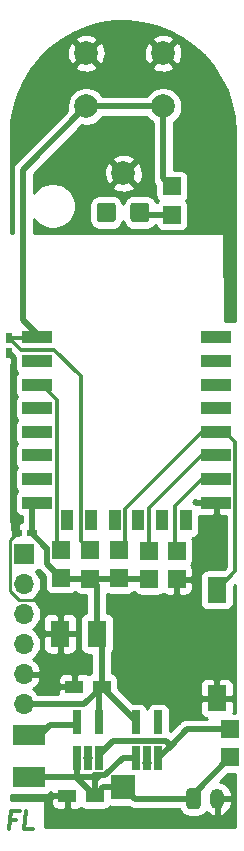
<source format=gbr>
G04 #@! TF.GenerationSoftware,KiCad,Pcbnew,(5.1.9)-1*
G04 #@! TF.CreationDate,2021-03-01T14:09:20+01:00*
G04 #@! TF.ProjectId,button,62757474-6f6e-42e6-9b69-6361645f7063,rev?*
G04 #@! TF.SameCoordinates,Original*
G04 #@! TF.FileFunction,Copper,L1,Top*
G04 #@! TF.FilePolarity,Positive*
%FSLAX46Y46*%
G04 Gerber Fmt 4.6, Leading zero omitted, Abs format (unit mm)*
G04 Created by KiCad (PCBNEW (5.1.9)-1) date 2021-03-01 14:09:20*
%MOMM*%
%LPD*%
G01*
G04 APERTURE LIST*
G04 #@! TA.AperFunction,NonConductor*
%ADD10C,0.300000*%
G04 #@! TD*
G04 #@! TA.AperFunction,SMDPad,CuDef*
%ADD11R,0.650000X2.000000*%
G04 #@! TD*
G04 #@! TA.AperFunction,SMDPad,CuDef*
%ADD12C,0.100000*%
G04 #@! TD*
G04 #@! TA.AperFunction,SMDPad,CuDef*
%ADD13R,1.650000X2.250000*%
G04 #@! TD*
G04 #@! TA.AperFunction,SMDPad,CuDef*
%ADD14R,2.794000X1.778000*%
G04 #@! TD*
G04 #@! TA.AperFunction,SMDPad,CuDef*
%ADD15R,1.500000X1.100000*%
G04 #@! TD*
G04 #@! TA.AperFunction,SMDPad,CuDef*
%ADD16R,1.500000X1.500000*%
G04 #@! TD*
G04 #@! TA.AperFunction,SMDPad,CuDef*
%ADD17R,0.620000X0.900000*%
G04 #@! TD*
G04 #@! TA.AperFunction,SMDPad,CuDef*
%ADD18R,2.500000X1.000000*%
G04 #@! TD*
G04 #@! TA.AperFunction,SMDPad,CuDef*
%ADD19R,1.000000X1.800000*%
G04 #@! TD*
G04 #@! TA.AperFunction,SMDPad,CuDef*
%ADD20R,0.900000X0.620000*%
G04 #@! TD*
G04 #@! TA.AperFunction,ComponentPad*
%ADD21O,1.200000X1.750000*%
G04 #@! TD*
G04 #@! TA.AperFunction,ComponentPad*
%ADD22O,1.700000X1.700000*%
G04 #@! TD*
G04 #@! TA.AperFunction,ComponentPad*
%ADD23R,1.700000X1.700000*%
G04 #@! TD*
G04 #@! TA.AperFunction,SMDPad,CuDef*
%ADD24R,1.600000X2.180000*%
G04 #@! TD*
G04 #@! TA.AperFunction,ComponentPad*
%ADD25C,2.000000*%
G04 #@! TD*
G04 #@! TA.AperFunction,ComponentPad*
%ADD26R,2.000000X2.000000*%
G04 #@! TD*
G04 #@! TA.AperFunction,ViaPad*
%ADD27C,0.800000*%
G04 #@! TD*
G04 #@! TA.AperFunction,ViaPad*
%ADD28C,0.500000*%
G04 #@! TD*
G04 #@! TA.AperFunction,Conductor*
%ADD29C,0.500000*%
G04 #@! TD*
G04 #@! TA.AperFunction,Conductor*
%ADD30C,0.250000*%
G04 #@! TD*
G04 #@! TA.AperFunction,Conductor*
%ADD31C,0.350000*%
G04 #@! TD*
G04 #@! TA.AperFunction,Conductor*
%ADD32C,0.254000*%
G04 #@! TD*
G04 #@! TA.AperFunction,Conductor*
%ADD33C,0.100000*%
G04 #@! TD*
G04 APERTURE END LIST*
D10*
X117909285Y-112262857D02*
X117409285Y-112262857D01*
X117311071Y-113048571D02*
X117498571Y-111548571D01*
X118212857Y-111548571D01*
X119311071Y-113048571D02*
X118596785Y-113048571D01*
X118784285Y-111548571D01*
D11*
G04 #@! TO.P,PS1,5*
G04 #@! TO.N,Net-(L1-Pad2)*
X123050000Y-104000000D03*
G04 #@! TO.P,PS1,4*
G04 #@! TO.N,/VCC*
X124950000Y-104000000D03*
G04 #@! TO.P,PS1,3*
G04 #@! TO.N,Net-(PS1-Pad3)*
X124950000Y-107050000D03*
G04 #@! TA.AperFunction,SMDPad,CuDef*
D12*
G04 #@! TO.P,PS1,2*
G04 #@! TO.N,/GND*
G36*
X124325000Y-108050000D02*
G01*
X123675000Y-108050000D01*
X123675000Y-106050000D01*
X124325000Y-106050000D01*
X124325000Y-108050000D01*
G37*
G04 #@! TD.AperFunction*
D11*
G04 #@! TO.P,PS1,1*
G04 #@! TO.N,Net-(BT1-Pad1)*
X123050000Y-107050000D03*
G04 #@! TD*
D13*
G04 #@! TO.P,C4,2*
G04 #@! TO.N,/GND*
X121640000Y-96520000D03*
G04 #@! TO.P,C4,1*
G04 #@! TO.N,/VCC*
X124740000Y-96520000D03*
G04 #@! TD*
D14*
G04 #@! TO.P,L1,1*
G04 #@! TO.N,Net-(BT1-Pad1)*
X118960000Y-108658000D03*
G04 #@! TO.P,L1,2*
G04 #@! TO.N,Net-(L1-Pad2)*
X118960000Y-105102000D03*
G04 #@! TD*
G04 #@! TO.P,D1,2*
G04 #@! TO.N,/VCC*
G04 #@! TA.AperFunction,SMDPad,CuDef*
G36*
G01*
X126335000Y-60275000D02*
X126335000Y-61425000D01*
G75*
G02*
X126085000Y-61675000I-250000J0D01*
G01*
X124985000Y-61675000D01*
G75*
G02*
X124735000Y-61425000I0J250000D01*
G01*
X124735000Y-60275000D01*
G75*
G02*
X124985000Y-60025000I250000J0D01*
G01*
X126085000Y-60025000D01*
G75*
G02*
X126335000Y-60275000I0J-250000D01*
G01*
G37*
G04 #@! TD.AperFunction*
G04 #@! TO.P,D1,1*
G04 #@! TO.N,Net-(D1-Pad1)*
G04 #@! TA.AperFunction,SMDPad,CuDef*
G36*
G01*
X129185000Y-60275000D02*
X129185000Y-61425000D01*
G75*
G02*
X128935000Y-61675000I-250000J0D01*
G01*
X127835000Y-61675000D01*
G75*
G02*
X127585000Y-61425000I0J250000D01*
G01*
X127585000Y-60275000D01*
G75*
G02*
X127835000Y-60025000I250000J0D01*
G01*
X128935000Y-60025000D01*
G75*
G02*
X129185000Y-60275000I0J-250000D01*
G01*
G37*
G04 #@! TD.AperFunction*
G04 #@! TD*
D11*
G04 #@! TO.P,U2,5*
G04 #@! TO.N,/VCC*
X128050000Y-104000000D03*
G04 #@! TO.P,U2,4*
G04 #@! TO.N,N/C*
X129950000Y-104000000D03*
G04 #@! TO.P,U2,3*
G04 #@! TO.N,Net-(PS1-Pad3)*
X129950000Y-107050000D03*
G04 #@! TA.AperFunction,SMDPad,CuDef*
D12*
G04 #@! TO.P,U2,2*
G04 #@! TO.N,/GND*
G36*
X129325000Y-108050000D02*
G01*
X128675000Y-108050000D01*
X128675000Y-106050000D01*
X129325000Y-106050000D01*
X129325000Y-108050000D01*
G37*
G04 #@! TD.AperFunction*
D11*
G04 #@! TO.P,U2,1*
G04 #@! TO.N,Net-(BT1-Pad1)*
X128050000Y-107050000D03*
G04 #@! TD*
D15*
G04 #@! TO.P,C3,2*
G04 #@! TO.N,/GND*
X122850000Y-101000000D03*
G04 #@! TO.P,C3,1*
G04 #@! TO.N,/VCC*
X125150000Y-101000000D03*
G04 #@! TD*
G04 #@! TO.P,C1,2*
G04 #@! TO.N,Net-(BT1-Pad1)*
X124550000Y-110250000D03*
G04 #@! TO.P,C1,1*
G04 #@! TO.N,/GND*
X122250000Y-110250000D03*
G04 #@! TD*
D16*
G04 #@! TO.P,R3,2*
G04 #@! TO.N,/RST*
X124180000Y-89450000D03*
G04 #@! TO.P,R3,1*
G04 #@! TO.N,/VCC*
X124180000Y-91850000D03*
G04 #@! TD*
G04 #@! TO.P,R1,2*
G04 #@! TO.N,/EN*
X121730000Y-89390000D03*
G04 #@! TO.P,R1,1*
G04 #@! TO.N,/VCC*
X121730000Y-91790000D03*
G04 #@! TD*
G04 #@! TO.P,R7,2*
G04 #@! TO.N,Net-(PS1-Pad3)*
X135990000Y-104590000D03*
G04 #@! TO.P,R7,1*
G04 #@! TO.N,Net-(BT1-Pad1)*
X135990000Y-106990000D03*
G04 #@! TD*
G04 #@! TO.P,R6,2*
G04 #@! TO.N,/RST*
X131090000Y-58650000D03*
G04 #@! TO.P,R6,1*
G04 #@! TO.N,Net-(D1-Pad1)*
X131090000Y-61050000D03*
G04 #@! TD*
G04 #@! TO.P,R5,2*
G04 #@! TO.N,/GPIO15*
X131500000Y-89500000D03*
G04 #@! TO.P,R5,1*
G04 #@! TO.N,/GND*
X131500000Y-91900000D03*
G04 #@! TD*
G04 #@! TO.P,R4,2*
G04 #@! TO.N,/GPIO0*
X126650000Y-89425000D03*
G04 #@! TO.P,R4,1*
G04 #@! TO.N,/VCC*
X126650000Y-91825000D03*
G04 #@! TD*
G04 #@! TO.P,R2,2*
G04 #@! TO.N,/GPIO2*
X129200000Y-89500000D03*
G04 #@! TO.P,R2,1*
G04 #@! TO.N,/VCC*
X129200000Y-91900000D03*
G04 #@! TD*
D17*
G04 #@! TO.P,C2,2*
G04 #@! TO.N,/RST*
X117348000Y-71486000D03*
G04 #@! TO.P,C2,1*
G04 #@! TO.N,/GND*
X117348000Y-72786000D03*
G04 #@! TD*
D18*
G04 #@! TO.P,X1,22*
G04 #@! TO.N,/TX*
X134854000Y-71430000D03*
G04 #@! TO.P,X1,21*
G04 #@! TO.N,/RX*
X134854000Y-73430000D03*
G04 #@! TO.P,X1,20*
G04 #@! TO.N,N/C*
X134854000Y-75430000D03*
G04 #@! TO.P,X1,19*
X134854000Y-77430000D03*
G04 #@! TO.P,X1,18*
G04 #@! TO.N,/GPIO0*
X134854000Y-79430000D03*
G04 #@! TO.P,X1,17*
G04 #@! TO.N,/GPIO2*
X134854000Y-81430000D03*
G04 #@! TO.P,X1,16*
G04 #@! TO.N,/GPIO15*
X134854000Y-83430000D03*
G04 #@! TO.P,X1,15*
G04 #@! TO.N,/GND*
X134854000Y-85430000D03*
D19*
G04 #@! TO.P,X1,14*
G04 #@! TO.N,N/C*
X132254000Y-86930000D03*
G04 #@! TO.P,X1,13*
X130254000Y-86930000D03*
G04 #@! TO.P,X1,12*
X128254000Y-86930000D03*
G04 #@! TO.P,X1,11*
X126254000Y-86930000D03*
G04 #@! TO.P,X1,10*
X124254000Y-86930000D03*
G04 #@! TO.P,X1,9*
X122254000Y-86930000D03*
D18*
G04 #@! TO.P,X1,8*
G04 #@! TO.N,/VCC*
X119654000Y-85430000D03*
G04 #@! TO.P,X1,7*
G04 #@! TO.N,N/C*
X119654000Y-83430000D03*
G04 #@! TO.P,X1,6*
X119654000Y-81430000D03*
G04 #@! TO.P,X1,5*
X119654000Y-79430000D03*
G04 #@! TO.P,X1,4*
X119654000Y-77430000D03*
G04 #@! TO.P,X1,3*
G04 #@! TO.N,/EN*
X119654000Y-75430000D03*
G04 #@! TO.P,X1,2*
G04 #@! TO.N,N/C*
X119654000Y-73430000D03*
G04 #@! TO.P,X1,1*
G04 #@! TO.N,/RST*
X119654000Y-71430000D03*
G04 #@! TD*
D20*
G04 #@! TO.P,C5,2*
G04 #@! TO.N,/GND*
X117975000Y-88025000D03*
G04 #@! TO.P,C5,1*
G04 #@! TO.N,/VCC*
X119275000Y-88025000D03*
G04 #@! TD*
D21*
G04 #@! TO.P,BT2,2*
G04 #@! TO.N,/GND*
X134930000Y-110490000D03*
G04 #@! TO.P,BT2,1*
G04 #@! TO.N,Net-(BT1-Pad1)*
G04 #@! TA.AperFunction,ComponentPad*
G36*
G01*
X132330000Y-111115001D02*
X132330000Y-109864999D01*
G75*
G02*
X132579999Y-109615000I249999J0D01*
G01*
X133280001Y-109615000D01*
G75*
G02*
X133530000Y-109864999I0J-249999D01*
G01*
X133530000Y-111115001D01*
G75*
G02*
X133280001Y-111365000I-249999J0D01*
G01*
X132579999Y-111365000D01*
G75*
G02*
X132330000Y-111115001I0J249999D01*
G01*
G37*
G04 #@! TD.AperFunction*
G04 #@! TD*
D22*
G04 #@! TO.P,J1,6*
G04 #@! TO.N,/VCC*
X118560000Y-102470000D03*
G04 #@! TO.P,J1,5*
G04 #@! TO.N,/GND*
X118560000Y-99930000D03*
G04 #@! TO.P,J1,4*
G04 #@! TO.N,/RX*
X118560000Y-97390000D03*
G04 #@! TO.P,J1,3*
G04 #@! TO.N,/TX*
X118560000Y-94850000D03*
G04 #@! TO.P,J1,2*
G04 #@! TO.N,/RST*
X118560000Y-92310000D03*
D23*
G04 #@! TO.P,J1,1*
G04 #@! TO.N,N/C*
X118560000Y-89770000D03*
G04 #@! TD*
D24*
G04 #@! TO.P,SW2,1*
G04 #@! TO.N,/GPIO0*
X134890000Y-92800000D03*
G04 #@! TO.P,SW2,2*
G04 #@! TO.N,/GND*
X134890000Y-101980000D03*
G04 #@! TD*
D25*
G04 #@! TO.P,SW1,1*
G04 #@! TO.N,/RST*
X123850000Y-51880000D03*
G04 #@! TO.P,SW1,2*
G04 #@! TO.N,/GND*
X123850000Y-47380000D03*
G04 #@! TO.P,SW1,1*
G04 #@! TO.N,/RST*
X130350000Y-51880000D03*
G04 #@! TO.P,SW1,2*
G04 #@! TO.N,/GND*
X130350000Y-47380000D03*
G04 #@! TD*
D26*
G04 #@! TO.P,BT1,1*
G04 #@! TO.N,Net-(BT1-Pad1)*
X127000000Y-109530000D03*
D25*
G04 #@! TO.P,BT1,2*
G04 #@! TO.N,/GND*
X127000000Y-57540000D03*
G04 #@! TD*
D27*
G04 #@! TO.N,/VCC*
X119654000Y-85430000D03*
X125550000Y-61075000D03*
G04 #@! TO.N,/GND*
X121750000Y-97100000D03*
X121700000Y-96025000D03*
D28*
X117400000Y-72725000D03*
D27*
X131500000Y-91875000D03*
X134800000Y-85425000D03*
X135000000Y-102000000D03*
X123000000Y-101000000D03*
X129000000Y-107500000D03*
X124000000Y-107000000D03*
D28*
X118000000Y-88000000D03*
D27*
G04 #@! TO.N,/RST*
X119654000Y-71430000D03*
G04 #@! TO.N,/RX*
X134750000Y-73375000D03*
G04 #@! TO.N,/TX*
X134775000Y-71375000D03*
G04 #@! TD*
D29*
G04 #@! TO.N,/VCC*
X128050000Y-103900000D02*
X125150000Y-101000000D01*
X128050000Y-104000000D02*
X128050000Y-103900000D01*
X124950000Y-101200000D02*
X125150000Y-101000000D01*
X124950000Y-104250000D02*
X124950000Y-101200000D01*
X123680000Y-102470000D02*
X125150000Y-101000000D01*
X118560000Y-102470000D02*
X123680000Y-102470000D01*
X125150000Y-96930000D02*
X124740000Y-96520000D01*
X125150000Y-101000000D02*
X125150000Y-96930000D01*
X124740000Y-92410000D02*
X124180000Y-91850000D01*
X124740000Y-96520000D02*
X124740000Y-92410000D01*
X121790000Y-91850000D02*
X121730000Y-91790000D01*
X124180000Y-91850000D02*
X121790000Y-91850000D01*
X120529999Y-90589999D02*
X120529999Y-89229997D01*
X121730000Y-91790000D02*
X120529999Y-90589999D01*
X129150000Y-91850000D02*
X129200000Y-91900000D01*
X124180000Y-91850000D02*
X129150000Y-91850000D01*
X119654000Y-85430000D02*
X119654000Y-85430000D01*
X120479997Y-89229997D02*
X119275000Y-88025000D01*
X119275000Y-85809000D02*
X119654000Y-85430000D01*
X119275000Y-88025000D02*
X119275000Y-85809000D01*
D30*
G04 #@! TO.N,/GND*
X117384999Y-88615001D02*
X117384999Y-92884999D01*
X117975000Y-88025000D02*
X117384999Y-88615001D01*
X121750000Y-95255000D02*
X121750000Y-97100000D01*
X120169999Y-93674999D02*
X121750000Y-95255000D01*
X118174999Y-93674999D02*
X120169999Y-93674999D01*
X117384999Y-92884999D02*
X118174999Y-93674999D01*
D29*
X117750001Y-73188001D02*
X117348000Y-72786000D01*
X117750001Y-87750001D02*
X117750001Y-73188001D01*
X118000000Y-88000000D02*
X117750001Y-87750001D01*
D31*
G04 #@! TO.N,/RST*
X123378999Y-74729997D02*
X121149002Y-72500000D01*
X123378999Y-88648999D02*
X123378999Y-74729997D01*
X124180000Y-89450000D02*
X123378999Y-88648999D01*
X118362000Y-72500000D02*
X117348000Y-71486000D01*
X121149002Y-72500000D02*
X118362000Y-72500000D01*
X119598000Y-71486000D02*
X119654000Y-71430000D01*
X117348000Y-71486000D02*
X119598000Y-71486000D01*
D29*
X119654000Y-71430000D02*
X119654000Y-71154000D01*
X119654000Y-71154000D02*
X118500000Y-70000000D01*
X118500000Y-57230000D02*
X123850000Y-51880000D01*
X118500000Y-70000000D02*
X118500000Y-57230000D01*
X123850000Y-51880000D02*
X130350000Y-51880000D01*
X130350000Y-57910000D02*
X131090000Y-58650000D01*
X130350000Y-51880000D02*
X130350000Y-57910000D01*
D31*
X119654000Y-71430000D02*
X119654000Y-71430000D01*
G04 #@! TO.N,/EN*
X120079002Y-75430000D02*
X119654000Y-75430000D01*
X121378999Y-76729997D02*
X120079002Y-75430000D01*
X121378999Y-89038999D02*
X121378999Y-76729997D01*
X121730000Y-89390000D02*
X121378999Y-89038999D01*
G04 #@! TO.N,/GPIO2*
X133678998Y-81430000D02*
X134854000Y-81430000D01*
X129200000Y-85908998D02*
X133678998Y-81430000D01*
X129200000Y-89500000D02*
X129200000Y-85908998D01*
G04 #@! TO.N,/GPIO0*
X133678998Y-79430000D02*
X134854000Y-79430000D01*
X127129001Y-85979997D02*
X133678998Y-79430000D01*
X127129001Y-88945999D02*
X127129001Y-85979997D01*
X126650000Y-89425000D02*
X127129001Y-88945999D01*
X134854000Y-79430000D02*
X135605000Y-79430000D01*
X136479001Y-91210999D02*
X134890000Y-92800000D01*
X136479001Y-80304001D02*
X136479001Y-91210999D01*
X135605000Y-79430000D02*
X136479001Y-80304001D01*
D29*
G04 #@! TO.N,Net-(BT1-Pad1)*
X127960000Y-110490000D02*
X127000000Y-109530000D01*
X132930000Y-110490000D02*
X127960000Y-110490000D01*
X125270000Y-109530000D02*
X124550000Y-110250000D01*
X127000000Y-109530000D02*
X125270000Y-109530000D01*
X124550000Y-110250000D02*
X124550000Y-108950000D01*
X124550000Y-108950000D02*
X125000000Y-108500000D01*
X132930000Y-110050000D02*
X135990000Y-106990000D01*
X132930000Y-110490000D02*
X132930000Y-110050000D01*
X125000000Y-108500000D02*
X124500000Y-108500000D01*
X118960000Y-108658000D02*
X123233000Y-108658000D01*
X123233000Y-108658000D02*
X124342000Y-108658000D01*
X123050000Y-108750000D02*
X123050000Y-107050000D01*
X124550000Y-110250000D02*
X123050000Y-108750000D01*
X128050000Y-107050000D02*
X126925000Y-107050000D01*
X125475000Y-108500000D02*
X125000000Y-108500000D01*
X126925000Y-107050000D02*
X125475000Y-108500000D01*
G04 #@! TO.N,Net-(L1-Pad2)*
X118960000Y-105102000D02*
X119898000Y-105102000D01*
X120750000Y-104250000D02*
X123050000Y-104250000D01*
X119898000Y-105102000D02*
X120750000Y-104250000D01*
D31*
G04 #@! TO.N,/GPIO15*
X131378999Y-85729999D02*
X133678998Y-83430000D01*
X133678998Y-83430000D02*
X134854000Y-83430000D01*
X131378999Y-89378999D02*
X131378999Y-85729999D01*
X131500000Y-89500000D02*
X131378999Y-89378999D01*
D29*
G04 #@! TO.N,Net-(D1-Pad1)*
X128585000Y-61050000D02*
X128385000Y-60850000D01*
X131090000Y-61050000D02*
X128585000Y-61050000D01*
G04 #@! TO.N,Net-(PS1-Pad3)*
X135990000Y-104590000D02*
X132410000Y-104590000D01*
X126100001Y-105599999D02*
X124950000Y-106750000D01*
X130599999Y-105599999D02*
X126100001Y-105599999D01*
X131000000Y-106000000D02*
X130599999Y-105599999D01*
X132410000Y-104590000D02*
X131000000Y-106000000D01*
X131000000Y-106000000D02*
X129950000Y-107050000D01*
G04 #@! TD*
D32*
G04 #@! TO.N,/GND*
X136461901Y-112852600D02*
X120395000Y-112852600D01*
X120395000Y-110800000D01*
X120861928Y-110800000D01*
X120874188Y-110924482D01*
X120910498Y-111044180D01*
X120969463Y-111154494D01*
X121048815Y-111251185D01*
X121145506Y-111330537D01*
X121255820Y-111389502D01*
X121375518Y-111425812D01*
X121500000Y-111438072D01*
X121964250Y-111435000D01*
X122123000Y-111276250D01*
X122123000Y-110377000D01*
X121023750Y-110377000D01*
X120865000Y-110535750D01*
X120861928Y-110800000D01*
X120395000Y-110800000D01*
X120395000Y-110580000D01*
X117461747Y-110580000D01*
X117461726Y-110175098D01*
X117563000Y-110185072D01*
X120357000Y-110185072D01*
X120481482Y-110172812D01*
X120601180Y-110136502D01*
X120711494Y-110077537D01*
X120808185Y-109998185D01*
X120864595Y-109929448D01*
X120865000Y-109964250D01*
X121023750Y-110123000D01*
X122123000Y-110123000D01*
X122123000Y-110103000D01*
X122377000Y-110103000D01*
X122377000Y-110123000D01*
X122397000Y-110123000D01*
X122397000Y-110377000D01*
X122377000Y-110377000D01*
X122377000Y-111276250D01*
X122535750Y-111435000D01*
X123000000Y-111438072D01*
X123124482Y-111425812D01*
X123244180Y-111389502D01*
X123354494Y-111330537D01*
X123400000Y-111293191D01*
X123445506Y-111330537D01*
X123555820Y-111389502D01*
X123675518Y-111425812D01*
X123800000Y-111438072D01*
X125300000Y-111438072D01*
X125424482Y-111425812D01*
X125544180Y-111389502D01*
X125654494Y-111330537D01*
X125751185Y-111251185D01*
X125830537Y-111154494D01*
X125836207Y-111143887D01*
X125875518Y-111155812D01*
X126000000Y-111168072D01*
X127391200Y-111168072D01*
X127465941Y-111229411D01*
X127619687Y-111311589D01*
X127786510Y-111362195D01*
X127916523Y-111375000D01*
X127916533Y-111375000D01*
X127959999Y-111379281D01*
X128003466Y-111375000D01*
X131735306Y-111375000D01*
X131759528Y-111454851D01*
X131841595Y-111608387D01*
X131952038Y-111742962D01*
X132086613Y-111853405D01*
X132240149Y-111935472D01*
X132406745Y-111986008D01*
X132579999Y-112003072D01*
X133280001Y-112003072D01*
X133453255Y-111986008D01*
X133619851Y-111935472D01*
X133773387Y-111853405D01*
X133907962Y-111742962D01*
X134018405Y-111608387D01*
X134020967Y-111603594D01*
X134146526Y-111728078D01*
X134349467Y-111862421D01*
X134574718Y-111954591D01*
X134612391Y-111958462D01*
X134803000Y-111833731D01*
X134803000Y-110617000D01*
X135057000Y-110617000D01*
X135057000Y-111833731D01*
X135247609Y-111958462D01*
X135285282Y-111954591D01*
X135510533Y-111862421D01*
X135713474Y-111728078D01*
X135886307Y-111556725D01*
X136022390Y-111354946D01*
X136116493Y-111130496D01*
X136165000Y-110892000D01*
X136165000Y-110617000D01*
X135057000Y-110617000D01*
X134803000Y-110617000D01*
X134783000Y-110617000D01*
X134783000Y-110363000D01*
X134803000Y-110363000D01*
X134803000Y-110343000D01*
X135057000Y-110343000D01*
X135057000Y-110363000D01*
X136165000Y-110363000D01*
X136165000Y-110088000D01*
X136116493Y-109849504D01*
X136022390Y-109625054D01*
X135886307Y-109423275D01*
X135713474Y-109251922D01*
X135510533Y-109117579D01*
X135285282Y-109025409D01*
X135247609Y-109021538D01*
X135138910Y-109092669D01*
X135853507Y-108378072D01*
X136461901Y-108378072D01*
X136461901Y-112852600D01*
G04 #@! TA.AperFunction,Conductor*
D33*
G36*
X136461901Y-112852600D02*
G01*
X120395000Y-112852600D01*
X120395000Y-110800000D01*
X120861928Y-110800000D01*
X120874188Y-110924482D01*
X120910498Y-111044180D01*
X120969463Y-111154494D01*
X121048815Y-111251185D01*
X121145506Y-111330537D01*
X121255820Y-111389502D01*
X121375518Y-111425812D01*
X121500000Y-111438072D01*
X121964250Y-111435000D01*
X122123000Y-111276250D01*
X122123000Y-110377000D01*
X121023750Y-110377000D01*
X120865000Y-110535750D01*
X120861928Y-110800000D01*
X120395000Y-110800000D01*
X120395000Y-110580000D01*
X117461747Y-110580000D01*
X117461726Y-110175098D01*
X117563000Y-110185072D01*
X120357000Y-110185072D01*
X120481482Y-110172812D01*
X120601180Y-110136502D01*
X120711494Y-110077537D01*
X120808185Y-109998185D01*
X120864595Y-109929448D01*
X120865000Y-109964250D01*
X121023750Y-110123000D01*
X122123000Y-110123000D01*
X122123000Y-110103000D01*
X122377000Y-110103000D01*
X122377000Y-110123000D01*
X122397000Y-110123000D01*
X122397000Y-110377000D01*
X122377000Y-110377000D01*
X122377000Y-111276250D01*
X122535750Y-111435000D01*
X123000000Y-111438072D01*
X123124482Y-111425812D01*
X123244180Y-111389502D01*
X123354494Y-111330537D01*
X123400000Y-111293191D01*
X123445506Y-111330537D01*
X123555820Y-111389502D01*
X123675518Y-111425812D01*
X123800000Y-111438072D01*
X125300000Y-111438072D01*
X125424482Y-111425812D01*
X125544180Y-111389502D01*
X125654494Y-111330537D01*
X125751185Y-111251185D01*
X125830537Y-111154494D01*
X125836207Y-111143887D01*
X125875518Y-111155812D01*
X126000000Y-111168072D01*
X127391200Y-111168072D01*
X127465941Y-111229411D01*
X127619687Y-111311589D01*
X127786510Y-111362195D01*
X127916523Y-111375000D01*
X127916533Y-111375000D01*
X127959999Y-111379281D01*
X128003466Y-111375000D01*
X131735306Y-111375000D01*
X131759528Y-111454851D01*
X131841595Y-111608387D01*
X131952038Y-111742962D01*
X132086613Y-111853405D01*
X132240149Y-111935472D01*
X132406745Y-111986008D01*
X132579999Y-112003072D01*
X133280001Y-112003072D01*
X133453255Y-111986008D01*
X133619851Y-111935472D01*
X133773387Y-111853405D01*
X133907962Y-111742962D01*
X134018405Y-111608387D01*
X134020967Y-111603594D01*
X134146526Y-111728078D01*
X134349467Y-111862421D01*
X134574718Y-111954591D01*
X134612391Y-111958462D01*
X134803000Y-111833731D01*
X134803000Y-110617000D01*
X135057000Y-110617000D01*
X135057000Y-111833731D01*
X135247609Y-111958462D01*
X135285282Y-111954591D01*
X135510533Y-111862421D01*
X135713474Y-111728078D01*
X135886307Y-111556725D01*
X136022390Y-111354946D01*
X136116493Y-111130496D01*
X136165000Y-110892000D01*
X136165000Y-110617000D01*
X135057000Y-110617000D01*
X134803000Y-110617000D01*
X134783000Y-110617000D01*
X134783000Y-110363000D01*
X134803000Y-110363000D01*
X134803000Y-110343000D01*
X135057000Y-110343000D01*
X135057000Y-110363000D01*
X136165000Y-110363000D01*
X136165000Y-110088000D01*
X136116493Y-109849504D01*
X136022390Y-109625054D01*
X135886307Y-109423275D01*
X135713474Y-109251922D01*
X135510533Y-109117579D01*
X135285282Y-109025409D01*
X135247609Y-109021538D01*
X135138910Y-109092669D01*
X135853507Y-108378072D01*
X136461901Y-108378072D01*
X136461901Y-112852600D01*
G37*
G04 #@! TD.AperFunction*
D32*
X133127750Y-85303000D02*
X134727000Y-85303000D01*
X134727000Y-85283000D01*
X134981000Y-85283000D01*
X134981000Y-85303000D01*
X135001000Y-85303000D01*
X135001000Y-85557000D01*
X134981000Y-85557000D01*
X134981000Y-86406250D01*
X135139750Y-86565000D01*
X135669002Y-86566686D01*
X135669002Y-90875485D01*
X135472559Y-91071928D01*
X134090000Y-91071928D01*
X133965518Y-91084188D01*
X133845820Y-91120498D01*
X133735506Y-91179463D01*
X133638815Y-91258815D01*
X133559463Y-91355506D01*
X133500498Y-91465820D01*
X133464188Y-91585518D01*
X133451928Y-91710000D01*
X133451928Y-93890000D01*
X133464188Y-94014482D01*
X133500498Y-94134180D01*
X133559463Y-94244494D01*
X133638815Y-94341185D01*
X133735506Y-94420537D01*
X133845820Y-94479502D01*
X133965518Y-94515812D01*
X134090000Y-94528072D01*
X135690000Y-94528072D01*
X135814482Y-94515812D01*
X135934180Y-94479502D01*
X136044494Y-94420537D01*
X136141185Y-94341185D01*
X136220537Y-94244494D01*
X136279502Y-94134180D01*
X136315812Y-94014482D01*
X136328072Y-93890000D01*
X136328072Y-92507441D01*
X136461901Y-92373612D01*
X136461901Y-103201928D01*
X136313553Y-103201928D01*
X136315812Y-103194482D01*
X136328072Y-103070000D01*
X136325000Y-102265750D01*
X136166250Y-102107000D01*
X135017000Y-102107000D01*
X135017000Y-102127000D01*
X134763000Y-102127000D01*
X134763000Y-102107000D01*
X133613750Y-102107000D01*
X133455000Y-102265750D01*
X133451928Y-103070000D01*
X133464188Y-103194482D01*
X133500498Y-103314180D01*
X133559463Y-103424494D01*
X133638815Y-103521185D01*
X133735506Y-103600537D01*
X133845820Y-103659502D01*
X133965518Y-103695812D01*
X134058808Y-103705000D01*
X132453465Y-103705000D01*
X132409999Y-103700719D01*
X132366533Y-103705000D01*
X132366523Y-103705000D01*
X132236510Y-103717805D01*
X132069687Y-103768411D01*
X131915941Y-103850589D01*
X131908709Y-103856524D01*
X131814953Y-103933468D01*
X131814951Y-103933470D01*
X131781183Y-103961183D01*
X131753470Y-103994951D01*
X130959667Y-104788755D01*
X130940312Y-104778410D01*
X130913072Y-104770147D01*
X130913072Y-103000000D01*
X130900812Y-102875518D01*
X130864502Y-102755820D01*
X130805537Y-102645506D01*
X130726185Y-102548815D01*
X130629494Y-102469463D01*
X130519180Y-102410498D01*
X130399482Y-102374188D01*
X130275000Y-102361928D01*
X129625000Y-102361928D01*
X129500518Y-102374188D01*
X129380820Y-102410498D01*
X129270506Y-102469463D01*
X129173815Y-102548815D01*
X129094463Y-102645506D01*
X129035498Y-102755820D01*
X129000000Y-102872841D01*
X128964502Y-102755820D01*
X128905537Y-102645506D01*
X128826185Y-102548815D01*
X128729494Y-102469463D01*
X128619180Y-102410498D01*
X128499482Y-102374188D01*
X128375000Y-102361928D01*
X127763507Y-102361928D01*
X126538072Y-101136494D01*
X126538072Y-100890000D01*
X133451928Y-100890000D01*
X133455000Y-101694250D01*
X133613750Y-101853000D01*
X134763000Y-101853000D01*
X134763000Y-100413750D01*
X135017000Y-100413750D01*
X135017000Y-101853000D01*
X136166250Y-101853000D01*
X136325000Y-101694250D01*
X136328072Y-100890000D01*
X136315812Y-100765518D01*
X136279502Y-100645820D01*
X136220537Y-100535506D01*
X136141185Y-100438815D01*
X136044494Y-100359463D01*
X135934180Y-100300498D01*
X135814482Y-100264188D01*
X135690000Y-100251928D01*
X135175750Y-100255000D01*
X135017000Y-100413750D01*
X134763000Y-100413750D01*
X134604250Y-100255000D01*
X134090000Y-100251928D01*
X133965518Y-100264188D01*
X133845820Y-100300498D01*
X133735506Y-100359463D01*
X133638815Y-100438815D01*
X133559463Y-100535506D01*
X133500498Y-100645820D01*
X133464188Y-100765518D01*
X133451928Y-100890000D01*
X126538072Y-100890000D01*
X126538072Y-100450000D01*
X126525812Y-100325518D01*
X126489502Y-100205820D01*
X126430537Y-100095506D01*
X126351185Y-99998815D01*
X126254494Y-99919463D01*
X126144180Y-99860498D01*
X126035000Y-99827379D01*
X126035000Y-98073259D01*
X126095537Y-97999494D01*
X126154502Y-97889180D01*
X126190812Y-97769482D01*
X126203072Y-97645000D01*
X126203072Y-95395000D01*
X126190812Y-95270518D01*
X126154502Y-95150820D01*
X126095537Y-95040506D01*
X126016185Y-94943815D01*
X125919494Y-94864463D01*
X125809180Y-94805498D01*
X125689482Y-94769188D01*
X125625000Y-94762837D01*
X125625000Y-93148028D01*
X125655820Y-93164502D01*
X125775518Y-93200812D01*
X125900000Y-93213072D01*
X127400000Y-93213072D01*
X127524482Y-93200812D01*
X127644180Y-93164502D01*
X127754494Y-93105537D01*
X127851185Y-93026185D01*
X127899554Y-92967247D01*
X127919463Y-93004494D01*
X127998815Y-93101185D01*
X128095506Y-93180537D01*
X128205820Y-93239502D01*
X128325518Y-93275812D01*
X128450000Y-93288072D01*
X129950000Y-93288072D01*
X130074482Y-93275812D01*
X130194180Y-93239502D01*
X130304494Y-93180537D01*
X130350000Y-93143191D01*
X130395506Y-93180537D01*
X130505820Y-93239502D01*
X130625518Y-93275812D01*
X130750000Y-93288072D01*
X131214250Y-93285000D01*
X131373000Y-93126250D01*
X131373000Y-92027000D01*
X131627000Y-92027000D01*
X131627000Y-93126250D01*
X131785750Y-93285000D01*
X132250000Y-93288072D01*
X132374482Y-93275812D01*
X132494180Y-93239502D01*
X132604494Y-93180537D01*
X132701185Y-93101185D01*
X132780537Y-93004494D01*
X132839502Y-92894180D01*
X132875812Y-92774482D01*
X132888072Y-92650000D01*
X132885000Y-92185750D01*
X132726250Y-92027000D01*
X131627000Y-92027000D01*
X131373000Y-92027000D01*
X131353000Y-92027000D01*
X131353000Y-91773000D01*
X131373000Y-91773000D01*
X131373000Y-91753000D01*
X131627000Y-91753000D01*
X131627000Y-91773000D01*
X132726250Y-91773000D01*
X132885000Y-91614250D01*
X132888072Y-91150000D01*
X132875812Y-91025518D01*
X132839502Y-90905820D01*
X132780537Y-90795506D01*
X132702158Y-90700000D01*
X132780537Y-90604494D01*
X132839502Y-90494180D01*
X132875812Y-90374482D01*
X132888072Y-90250000D01*
X132888072Y-88750000D01*
X132875812Y-88625518D01*
X132839502Y-88505820D01*
X132816058Y-88461960D01*
X132878482Y-88455812D01*
X132998180Y-88419502D01*
X133108494Y-88360537D01*
X133205185Y-88281185D01*
X133284537Y-88184494D01*
X133343502Y-88074180D01*
X133379812Y-87954482D01*
X133392072Y-87830000D01*
X133392072Y-86529286D01*
X133479518Y-86555812D01*
X133604000Y-86568072D01*
X134568250Y-86565000D01*
X134727000Y-86406250D01*
X134727000Y-85557000D01*
X133178603Y-85557000D01*
X133108494Y-85499463D01*
X132998180Y-85440498D01*
X132878482Y-85404188D01*
X132852847Y-85401663D01*
X133039630Y-85214880D01*
X133127750Y-85303000D01*
G04 #@! TA.AperFunction,Conductor*
D33*
G36*
X133127750Y-85303000D02*
G01*
X134727000Y-85303000D01*
X134727000Y-85283000D01*
X134981000Y-85283000D01*
X134981000Y-85303000D01*
X135001000Y-85303000D01*
X135001000Y-85557000D01*
X134981000Y-85557000D01*
X134981000Y-86406250D01*
X135139750Y-86565000D01*
X135669002Y-86566686D01*
X135669002Y-90875485D01*
X135472559Y-91071928D01*
X134090000Y-91071928D01*
X133965518Y-91084188D01*
X133845820Y-91120498D01*
X133735506Y-91179463D01*
X133638815Y-91258815D01*
X133559463Y-91355506D01*
X133500498Y-91465820D01*
X133464188Y-91585518D01*
X133451928Y-91710000D01*
X133451928Y-93890000D01*
X133464188Y-94014482D01*
X133500498Y-94134180D01*
X133559463Y-94244494D01*
X133638815Y-94341185D01*
X133735506Y-94420537D01*
X133845820Y-94479502D01*
X133965518Y-94515812D01*
X134090000Y-94528072D01*
X135690000Y-94528072D01*
X135814482Y-94515812D01*
X135934180Y-94479502D01*
X136044494Y-94420537D01*
X136141185Y-94341185D01*
X136220537Y-94244494D01*
X136279502Y-94134180D01*
X136315812Y-94014482D01*
X136328072Y-93890000D01*
X136328072Y-92507441D01*
X136461901Y-92373612D01*
X136461901Y-103201928D01*
X136313553Y-103201928D01*
X136315812Y-103194482D01*
X136328072Y-103070000D01*
X136325000Y-102265750D01*
X136166250Y-102107000D01*
X135017000Y-102107000D01*
X135017000Y-102127000D01*
X134763000Y-102127000D01*
X134763000Y-102107000D01*
X133613750Y-102107000D01*
X133455000Y-102265750D01*
X133451928Y-103070000D01*
X133464188Y-103194482D01*
X133500498Y-103314180D01*
X133559463Y-103424494D01*
X133638815Y-103521185D01*
X133735506Y-103600537D01*
X133845820Y-103659502D01*
X133965518Y-103695812D01*
X134058808Y-103705000D01*
X132453465Y-103705000D01*
X132409999Y-103700719D01*
X132366533Y-103705000D01*
X132366523Y-103705000D01*
X132236510Y-103717805D01*
X132069687Y-103768411D01*
X131915941Y-103850589D01*
X131908709Y-103856524D01*
X131814953Y-103933468D01*
X131814951Y-103933470D01*
X131781183Y-103961183D01*
X131753470Y-103994951D01*
X130959667Y-104788755D01*
X130940312Y-104778410D01*
X130913072Y-104770147D01*
X130913072Y-103000000D01*
X130900812Y-102875518D01*
X130864502Y-102755820D01*
X130805537Y-102645506D01*
X130726185Y-102548815D01*
X130629494Y-102469463D01*
X130519180Y-102410498D01*
X130399482Y-102374188D01*
X130275000Y-102361928D01*
X129625000Y-102361928D01*
X129500518Y-102374188D01*
X129380820Y-102410498D01*
X129270506Y-102469463D01*
X129173815Y-102548815D01*
X129094463Y-102645506D01*
X129035498Y-102755820D01*
X129000000Y-102872841D01*
X128964502Y-102755820D01*
X128905537Y-102645506D01*
X128826185Y-102548815D01*
X128729494Y-102469463D01*
X128619180Y-102410498D01*
X128499482Y-102374188D01*
X128375000Y-102361928D01*
X127763507Y-102361928D01*
X126538072Y-101136494D01*
X126538072Y-100890000D01*
X133451928Y-100890000D01*
X133455000Y-101694250D01*
X133613750Y-101853000D01*
X134763000Y-101853000D01*
X134763000Y-100413750D01*
X135017000Y-100413750D01*
X135017000Y-101853000D01*
X136166250Y-101853000D01*
X136325000Y-101694250D01*
X136328072Y-100890000D01*
X136315812Y-100765518D01*
X136279502Y-100645820D01*
X136220537Y-100535506D01*
X136141185Y-100438815D01*
X136044494Y-100359463D01*
X135934180Y-100300498D01*
X135814482Y-100264188D01*
X135690000Y-100251928D01*
X135175750Y-100255000D01*
X135017000Y-100413750D01*
X134763000Y-100413750D01*
X134604250Y-100255000D01*
X134090000Y-100251928D01*
X133965518Y-100264188D01*
X133845820Y-100300498D01*
X133735506Y-100359463D01*
X133638815Y-100438815D01*
X133559463Y-100535506D01*
X133500498Y-100645820D01*
X133464188Y-100765518D01*
X133451928Y-100890000D01*
X126538072Y-100890000D01*
X126538072Y-100450000D01*
X126525812Y-100325518D01*
X126489502Y-100205820D01*
X126430537Y-100095506D01*
X126351185Y-99998815D01*
X126254494Y-99919463D01*
X126144180Y-99860498D01*
X126035000Y-99827379D01*
X126035000Y-98073259D01*
X126095537Y-97999494D01*
X126154502Y-97889180D01*
X126190812Y-97769482D01*
X126203072Y-97645000D01*
X126203072Y-95395000D01*
X126190812Y-95270518D01*
X126154502Y-95150820D01*
X126095537Y-95040506D01*
X126016185Y-94943815D01*
X125919494Y-94864463D01*
X125809180Y-94805498D01*
X125689482Y-94769188D01*
X125625000Y-94762837D01*
X125625000Y-93148028D01*
X125655820Y-93164502D01*
X125775518Y-93200812D01*
X125900000Y-93213072D01*
X127400000Y-93213072D01*
X127524482Y-93200812D01*
X127644180Y-93164502D01*
X127754494Y-93105537D01*
X127851185Y-93026185D01*
X127899554Y-92967247D01*
X127919463Y-93004494D01*
X127998815Y-93101185D01*
X128095506Y-93180537D01*
X128205820Y-93239502D01*
X128325518Y-93275812D01*
X128450000Y-93288072D01*
X129950000Y-93288072D01*
X130074482Y-93275812D01*
X130194180Y-93239502D01*
X130304494Y-93180537D01*
X130350000Y-93143191D01*
X130395506Y-93180537D01*
X130505820Y-93239502D01*
X130625518Y-93275812D01*
X130750000Y-93288072D01*
X131214250Y-93285000D01*
X131373000Y-93126250D01*
X131373000Y-92027000D01*
X131627000Y-92027000D01*
X131627000Y-93126250D01*
X131785750Y-93285000D01*
X132250000Y-93288072D01*
X132374482Y-93275812D01*
X132494180Y-93239502D01*
X132604494Y-93180537D01*
X132701185Y-93101185D01*
X132780537Y-93004494D01*
X132839502Y-92894180D01*
X132875812Y-92774482D01*
X132888072Y-92650000D01*
X132885000Y-92185750D01*
X132726250Y-92027000D01*
X131627000Y-92027000D01*
X131373000Y-92027000D01*
X131353000Y-92027000D01*
X131353000Y-91773000D01*
X131373000Y-91773000D01*
X131373000Y-91753000D01*
X131627000Y-91753000D01*
X131627000Y-91773000D01*
X132726250Y-91773000D01*
X132885000Y-91614250D01*
X132888072Y-91150000D01*
X132875812Y-91025518D01*
X132839502Y-90905820D01*
X132780537Y-90795506D01*
X132702158Y-90700000D01*
X132780537Y-90604494D01*
X132839502Y-90494180D01*
X132875812Y-90374482D01*
X132888072Y-90250000D01*
X132888072Y-88750000D01*
X132875812Y-88625518D01*
X132839502Y-88505820D01*
X132816058Y-88461960D01*
X132878482Y-88455812D01*
X132998180Y-88419502D01*
X133108494Y-88360537D01*
X133205185Y-88281185D01*
X133284537Y-88184494D01*
X133343502Y-88074180D01*
X133379812Y-87954482D01*
X133392072Y-87830000D01*
X133392072Y-86529286D01*
X133479518Y-86555812D01*
X133604000Y-86568072D01*
X134568250Y-86565000D01*
X134727000Y-86406250D01*
X134727000Y-85557000D01*
X133178603Y-85557000D01*
X133108494Y-85499463D01*
X132998180Y-85440498D01*
X132878482Y-85404188D01*
X132852847Y-85401663D01*
X133039630Y-85214880D01*
X133127750Y-85303000D01*
G37*
G04 #@! TD.AperFunction*
D32*
X119901182Y-91218816D02*
X119934955Y-91246533D01*
X120341928Y-91653506D01*
X120341928Y-92540000D01*
X120354188Y-92664482D01*
X120390498Y-92784180D01*
X120449463Y-92894494D01*
X120528815Y-92991185D01*
X120625506Y-93070537D01*
X120735820Y-93129502D01*
X120855518Y-93165812D01*
X120980000Y-93178072D01*
X122480000Y-93178072D01*
X122604482Y-93165812D01*
X122724180Y-93129502D01*
X122834494Y-93070537D01*
X122930223Y-92991975D01*
X122978815Y-93051185D01*
X123075506Y-93130537D01*
X123185820Y-93189502D01*
X123305518Y-93225812D01*
X123430000Y-93238072D01*
X123855001Y-93238072D01*
X123855000Y-94762837D01*
X123790518Y-94769188D01*
X123670820Y-94805498D01*
X123560506Y-94864463D01*
X123463815Y-94943815D01*
X123384463Y-95040506D01*
X123325498Y-95150820D01*
X123289188Y-95270518D01*
X123276928Y-95395000D01*
X123276928Y-97645000D01*
X123289188Y-97769482D01*
X123325498Y-97889180D01*
X123384463Y-97999494D01*
X123463815Y-98096185D01*
X123560506Y-98175537D01*
X123670820Y-98234502D01*
X123790518Y-98270812D01*
X123915000Y-98283072D01*
X124265001Y-98283072D01*
X124265000Y-99827379D01*
X124155820Y-99860498D01*
X124045506Y-99919463D01*
X124000000Y-99956809D01*
X123954494Y-99919463D01*
X123844180Y-99860498D01*
X123724482Y-99824188D01*
X123600000Y-99811928D01*
X123135750Y-99815000D01*
X122977000Y-99973750D01*
X122977000Y-100873000D01*
X122997000Y-100873000D01*
X122997000Y-101127000D01*
X122977000Y-101127000D01*
X122977000Y-101147000D01*
X122723000Y-101147000D01*
X122723000Y-101127000D01*
X121623750Y-101127000D01*
X121465000Y-101285750D01*
X121461928Y-101550000D01*
X121465375Y-101585000D01*
X119754656Y-101585000D01*
X119713475Y-101523368D01*
X119506632Y-101316525D01*
X119324466Y-101194805D01*
X119441355Y-101125178D01*
X119657588Y-100930269D01*
X119831641Y-100696920D01*
X119949251Y-100450000D01*
X121461928Y-100450000D01*
X121465000Y-100714250D01*
X121623750Y-100873000D01*
X122723000Y-100873000D01*
X122723000Y-99973750D01*
X122564250Y-99815000D01*
X122100000Y-99811928D01*
X121975518Y-99824188D01*
X121855820Y-99860498D01*
X121745506Y-99919463D01*
X121648815Y-99998815D01*
X121569463Y-100095506D01*
X121510498Y-100205820D01*
X121474188Y-100325518D01*
X121461928Y-100450000D01*
X119949251Y-100450000D01*
X119956825Y-100434099D01*
X120001476Y-100286890D01*
X119880155Y-100057000D01*
X118687000Y-100057000D01*
X118687000Y-100077000D01*
X118433000Y-100077000D01*
X118433000Y-100057000D01*
X118413000Y-100057000D01*
X118413000Y-99803000D01*
X118433000Y-99803000D01*
X118433000Y-99783000D01*
X118687000Y-99783000D01*
X118687000Y-99803000D01*
X119880155Y-99803000D01*
X120001476Y-99573110D01*
X119956825Y-99425901D01*
X119831641Y-99163080D01*
X119657588Y-98929731D01*
X119441355Y-98734822D01*
X119324466Y-98665195D01*
X119506632Y-98543475D01*
X119713475Y-98336632D01*
X119875990Y-98093411D01*
X119987932Y-97823158D01*
X120023370Y-97645000D01*
X120176928Y-97645000D01*
X120189188Y-97769482D01*
X120225498Y-97889180D01*
X120284463Y-97999494D01*
X120363815Y-98096185D01*
X120460506Y-98175537D01*
X120570820Y-98234502D01*
X120690518Y-98270812D01*
X120815000Y-98283072D01*
X121354250Y-98280000D01*
X121513000Y-98121250D01*
X121513000Y-96647000D01*
X121767000Y-96647000D01*
X121767000Y-98121250D01*
X121925750Y-98280000D01*
X122465000Y-98283072D01*
X122589482Y-98270812D01*
X122709180Y-98234502D01*
X122819494Y-98175537D01*
X122916185Y-98096185D01*
X122995537Y-97999494D01*
X123054502Y-97889180D01*
X123090812Y-97769482D01*
X123103072Y-97645000D01*
X123100000Y-96805750D01*
X122941250Y-96647000D01*
X121767000Y-96647000D01*
X121513000Y-96647000D01*
X120338750Y-96647000D01*
X120180000Y-96805750D01*
X120176928Y-97645000D01*
X120023370Y-97645000D01*
X120045000Y-97536260D01*
X120045000Y-97243740D01*
X119987932Y-96956842D01*
X119875990Y-96686589D01*
X119713475Y-96443368D01*
X119506632Y-96236525D01*
X119332240Y-96120000D01*
X119506632Y-96003475D01*
X119713475Y-95796632D01*
X119875990Y-95553411D01*
X119941605Y-95395000D01*
X120176928Y-95395000D01*
X120180000Y-96234250D01*
X120338750Y-96393000D01*
X121513000Y-96393000D01*
X121513000Y-94918750D01*
X121767000Y-94918750D01*
X121767000Y-96393000D01*
X122941250Y-96393000D01*
X123100000Y-96234250D01*
X123103072Y-95395000D01*
X123090812Y-95270518D01*
X123054502Y-95150820D01*
X122995537Y-95040506D01*
X122916185Y-94943815D01*
X122819494Y-94864463D01*
X122709180Y-94805498D01*
X122589482Y-94769188D01*
X122465000Y-94756928D01*
X121925750Y-94760000D01*
X121767000Y-94918750D01*
X121513000Y-94918750D01*
X121354250Y-94760000D01*
X120815000Y-94756928D01*
X120690518Y-94769188D01*
X120570820Y-94805498D01*
X120460506Y-94864463D01*
X120363815Y-94943815D01*
X120284463Y-95040506D01*
X120225498Y-95150820D01*
X120189188Y-95270518D01*
X120176928Y-95395000D01*
X119941605Y-95395000D01*
X119987932Y-95283158D01*
X120045000Y-94996260D01*
X120045000Y-94703740D01*
X119987932Y-94416842D01*
X119875990Y-94146589D01*
X119713475Y-93903368D01*
X119506632Y-93696525D01*
X119332240Y-93580000D01*
X119506632Y-93463475D01*
X119713475Y-93256632D01*
X119875990Y-93013411D01*
X119987932Y-92743158D01*
X120045000Y-92456260D01*
X120045000Y-92163740D01*
X119987932Y-91876842D01*
X119875990Y-91606589D01*
X119713475Y-91363368D01*
X119581620Y-91231513D01*
X119654180Y-91209502D01*
X119764494Y-91150537D01*
X119812688Y-91110986D01*
X119901182Y-91218816D01*
G04 #@! TA.AperFunction,Conductor*
D33*
G36*
X119901182Y-91218816D02*
G01*
X119934955Y-91246533D01*
X120341928Y-91653506D01*
X120341928Y-92540000D01*
X120354188Y-92664482D01*
X120390498Y-92784180D01*
X120449463Y-92894494D01*
X120528815Y-92991185D01*
X120625506Y-93070537D01*
X120735820Y-93129502D01*
X120855518Y-93165812D01*
X120980000Y-93178072D01*
X122480000Y-93178072D01*
X122604482Y-93165812D01*
X122724180Y-93129502D01*
X122834494Y-93070537D01*
X122930223Y-92991975D01*
X122978815Y-93051185D01*
X123075506Y-93130537D01*
X123185820Y-93189502D01*
X123305518Y-93225812D01*
X123430000Y-93238072D01*
X123855001Y-93238072D01*
X123855000Y-94762837D01*
X123790518Y-94769188D01*
X123670820Y-94805498D01*
X123560506Y-94864463D01*
X123463815Y-94943815D01*
X123384463Y-95040506D01*
X123325498Y-95150820D01*
X123289188Y-95270518D01*
X123276928Y-95395000D01*
X123276928Y-97645000D01*
X123289188Y-97769482D01*
X123325498Y-97889180D01*
X123384463Y-97999494D01*
X123463815Y-98096185D01*
X123560506Y-98175537D01*
X123670820Y-98234502D01*
X123790518Y-98270812D01*
X123915000Y-98283072D01*
X124265001Y-98283072D01*
X124265000Y-99827379D01*
X124155820Y-99860498D01*
X124045506Y-99919463D01*
X124000000Y-99956809D01*
X123954494Y-99919463D01*
X123844180Y-99860498D01*
X123724482Y-99824188D01*
X123600000Y-99811928D01*
X123135750Y-99815000D01*
X122977000Y-99973750D01*
X122977000Y-100873000D01*
X122997000Y-100873000D01*
X122997000Y-101127000D01*
X122977000Y-101127000D01*
X122977000Y-101147000D01*
X122723000Y-101147000D01*
X122723000Y-101127000D01*
X121623750Y-101127000D01*
X121465000Y-101285750D01*
X121461928Y-101550000D01*
X121465375Y-101585000D01*
X119754656Y-101585000D01*
X119713475Y-101523368D01*
X119506632Y-101316525D01*
X119324466Y-101194805D01*
X119441355Y-101125178D01*
X119657588Y-100930269D01*
X119831641Y-100696920D01*
X119949251Y-100450000D01*
X121461928Y-100450000D01*
X121465000Y-100714250D01*
X121623750Y-100873000D01*
X122723000Y-100873000D01*
X122723000Y-99973750D01*
X122564250Y-99815000D01*
X122100000Y-99811928D01*
X121975518Y-99824188D01*
X121855820Y-99860498D01*
X121745506Y-99919463D01*
X121648815Y-99998815D01*
X121569463Y-100095506D01*
X121510498Y-100205820D01*
X121474188Y-100325518D01*
X121461928Y-100450000D01*
X119949251Y-100450000D01*
X119956825Y-100434099D01*
X120001476Y-100286890D01*
X119880155Y-100057000D01*
X118687000Y-100057000D01*
X118687000Y-100077000D01*
X118433000Y-100077000D01*
X118433000Y-100057000D01*
X118413000Y-100057000D01*
X118413000Y-99803000D01*
X118433000Y-99803000D01*
X118433000Y-99783000D01*
X118687000Y-99783000D01*
X118687000Y-99803000D01*
X119880155Y-99803000D01*
X120001476Y-99573110D01*
X119956825Y-99425901D01*
X119831641Y-99163080D01*
X119657588Y-98929731D01*
X119441355Y-98734822D01*
X119324466Y-98665195D01*
X119506632Y-98543475D01*
X119713475Y-98336632D01*
X119875990Y-98093411D01*
X119987932Y-97823158D01*
X120023370Y-97645000D01*
X120176928Y-97645000D01*
X120189188Y-97769482D01*
X120225498Y-97889180D01*
X120284463Y-97999494D01*
X120363815Y-98096185D01*
X120460506Y-98175537D01*
X120570820Y-98234502D01*
X120690518Y-98270812D01*
X120815000Y-98283072D01*
X121354250Y-98280000D01*
X121513000Y-98121250D01*
X121513000Y-96647000D01*
X121767000Y-96647000D01*
X121767000Y-98121250D01*
X121925750Y-98280000D01*
X122465000Y-98283072D01*
X122589482Y-98270812D01*
X122709180Y-98234502D01*
X122819494Y-98175537D01*
X122916185Y-98096185D01*
X122995537Y-97999494D01*
X123054502Y-97889180D01*
X123090812Y-97769482D01*
X123103072Y-97645000D01*
X123100000Y-96805750D01*
X122941250Y-96647000D01*
X121767000Y-96647000D01*
X121513000Y-96647000D01*
X120338750Y-96647000D01*
X120180000Y-96805750D01*
X120176928Y-97645000D01*
X120023370Y-97645000D01*
X120045000Y-97536260D01*
X120045000Y-97243740D01*
X119987932Y-96956842D01*
X119875990Y-96686589D01*
X119713475Y-96443368D01*
X119506632Y-96236525D01*
X119332240Y-96120000D01*
X119506632Y-96003475D01*
X119713475Y-95796632D01*
X119875990Y-95553411D01*
X119941605Y-95395000D01*
X120176928Y-95395000D01*
X120180000Y-96234250D01*
X120338750Y-96393000D01*
X121513000Y-96393000D01*
X121513000Y-94918750D01*
X121767000Y-94918750D01*
X121767000Y-96393000D01*
X122941250Y-96393000D01*
X123100000Y-96234250D01*
X123103072Y-95395000D01*
X123090812Y-95270518D01*
X123054502Y-95150820D01*
X122995537Y-95040506D01*
X122916185Y-94943815D01*
X122819494Y-94864463D01*
X122709180Y-94805498D01*
X122589482Y-94769188D01*
X122465000Y-94756928D01*
X121925750Y-94760000D01*
X121767000Y-94918750D01*
X121513000Y-94918750D01*
X121354250Y-94760000D01*
X120815000Y-94756928D01*
X120690518Y-94769188D01*
X120570820Y-94805498D01*
X120460506Y-94864463D01*
X120363815Y-94943815D01*
X120284463Y-95040506D01*
X120225498Y-95150820D01*
X120189188Y-95270518D01*
X120176928Y-95395000D01*
X119941605Y-95395000D01*
X119987932Y-95283158D01*
X120045000Y-94996260D01*
X120045000Y-94703740D01*
X119987932Y-94416842D01*
X119875990Y-94146589D01*
X119713475Y-93903368D01*
X119506632Y-93696525D01*
X119332240Y-93580000D01*
X119506632Y-93463475D01*
X119713475Y-93256632D01*
X119875990Y-93013411D01*
X119987932Y-92743158D01*
X120045000Y-92456260D01*
X120045000Y-92163740D01*
X119987932Y-91876842D01*
X119875990Y-91606589D01*
X119713475Y-91363368D01*
X119581620Y-91231513D01*
X119654180Y-91209502D01*
X119764494Y-91150537D01*
X119812688Y-91110986D01*
X119901182Y-91218816D01*
G37*
G04 #@! TD.AperFunction*
D32*
X117633750Y-73871000D02*
X117658000Y-73874072D01*
X117765928Y-73863442D01*
X117765928Y-73930000D01*
X117778188Y-74054482D01*
X117814498Y-74174180D01*
X117873463Y-74284494D01*
X117952815Y-74381185D01*
X118012296Y-74430000D01*
X117952815Y-74478815D01*
X117873463Y-74575506D01*
X117814498Y-74685820D01*
X117778188Y-74805518D01*
X117765928Y-74930000D01*
X117765928Y-75930000D01*
X117778188Y-76054482D01*
X117814498Y-76174180D01*
X117873463Y-76284494D01*
X117952815Y-76381185D01*
X118012296Y-76430000D01*
X117952815Y-76478815D01*
X117873463Y-76575506D01*
X117814498Y-76685820D01*
X117778188Y-76805518D01*
X117765928Y-76930000D01*
X117765928Y-77930000D01*
X117778188Y-78054482D01*
X117814498Y-78174180D01*
X117873463Y-78284494D01*
X117952815Y-78381185D01*
X118012296Y-78430000D01*
X117952815Y-78478815D01*
X117873463Y-78575506D01*
X117814498Y-78685820D01*
X117778188Y-78805518D01*
X117765928Y-78930000D01*
X117765928Y-79930000D01*
X117778188Y-80054482D01*
X117814498Y-80174180D01*
X117873463Y-80284494D01*
X117952815Y-80381185D01*
X118012296Y-80430000D01*
X117952815Y-80478815D01*
X117873463Y-80575506D01*
X117814498Y-80685820D01*
X117778188Y-80805518D01*
X117765928Y-80930000D01*
X117765928Y-81930000D01*
X117778188Y-82054482D01*
X117814498Y-82174180D01*
X117873463Y-82284494D01*
X117952815Y-82381185D01*
X118012296Y-82430000D01*
X117952815Y-82478815D01*
X117873463Y-82575506D01*
X117814498Y-82685820D01*
X117778188Y-82805518D01*
X117765928Y-82930000D01*
X117765928Y-83930000D01*
X117778188Y-84054482D01*
X117814498Y-84174180D01*
X117873463Y-84284494D01*
X117952815Y-84381185D01*
X118012296Y-84430000D01*
X117952815Y-84478815D01*
X117873463Y-84575506D01*
X117814498Y-84685820D01*
X117778188Y-84805518D01*
X117765928Y-84930000D01*
X117765928Y-85930000D01*
X117778188Y-86054482D01*
X117814498Y-86174180D01*
X117873463Y-86284494D01*
X117952815Y-86381185D01*
X118049506Y-86460537D01*
X118159820Y-86519502D01*
X118279518Y-86555812D01*
X118390001Y-86566693D01*
X118390000Y-87077583D01*
X118260750Y-87080000D01*
X118102000Y-87238750D01*
X118102000Y-87898000D01*
X118122000Y-87898000D01*
X118122000Y-88152000D01*
X118102000Y-88152000D01*
X118102000Y-88172000D01*
X117848000Y-88172000D01*
X117848000Y-88152000D01*
X117828000Y-88152000D01*
X117828000Y-87898000D01*
X117848000Y-87898000D01*
X117848000Y-87238750D01*
X117689250Y-87080000D01*
X117525000Y-87076928D01*
X117460526Y-87083278D01*
X117459840Y-73871000D01*
X117475002Y-73871000D01*
X117475002Y-73712252D01*
X117633750Y-73871000D01*
G04 #@! TA.AperFunction,Conductor*
D33*
G36*
X117633750Y-73871000D02*
G01*
X117658000Y-73874072D01*
X117765928Y-73863442D01*
X117765928Y-73930000D01*
X117778188Y-74054482D01*
X117814498Y-74174180D01*
X117873463Y-74284494D01*
X117952815Y-74381185D01*
X118012296Y-74430000D01*
X117952815Y-74478815D01*
X117873463Y-74575506D01*
X117814498Y-74685820D01*
X117778188Y-74805518D01*
X117765928Y-74930000D01*
X117765928Y-75930000D01*
X117778188Y-76054482D01*
X117814498Y-76174180D01*
X117873463Y-76284494D01*
X117952815Y-76381185D01*
X118012296Y-76430000D01*
X117952815Y-76478815D01*
X117873463Y-76575506D01*
X117814498Y-76685820D01*
X117778188Y-76805518D01*
X117765928Y-76930000D01*
X117765928Y-77930000D01*
X117778188Y-78054482D01*
X117814498Y-78174180D01*
X117873463Y-78284494D01*
X117952815Y-78381185D01*
X118012296Y-78430000D01*
X117952815Y-78478815D01*
X117873463Y-78575506D01*
X117814498Y-78685820D01*
X117778188Y-78805518D01*
X117765928Y-78930000D01*
X117765928Y-79930000D01*
X117778188Y-80054482D01*
X117814498Y-80174180D01*
X117873463Y-80284494D01*
X117952815Y-80381185D01*
X118012296Y-80430000D01*
X117952815Y-80478815D01*
X117873463Y-80575506D01*
X117814498Y-80685820D01*
X117778188Y-80805518D01*
X117765928Y-80930000D01*
X117765928Y-81930000D01*
X117778188Y-82054482D01*
X117814498Y-82174180D01*
X117873463Y-82284494D01*
X117952815Y-82381185D01*
X118012296Y-82430000D01*
X117952815Y-82478815D01*
X117873463Y-82575506D01*
X117814498Y-82685820D01*
X117778188Y-82805518D01*
X117765928Y-82930000D01*
X117765928Y-83930000D01*
X117778188Y-84054482D01*
X117814498Y-84174180D01*
X117873463Y-84284494D01*
X117952815Y-84381185D01*
X118012296Y-84430000D01*
X117952815Y-84478815D01*
X117873463Y-84575506D01*
X117814498Y-84685820D01*
X117778188Y-84805518D01*
X117765928Y-84930000D01*
X117765928Y-85930000D01*
X117778188Y-86054482D01*
X117814498Y-86174180D01*
X117873463Y-86284494D01*
X117952815Y-86381185D01*
X118049506Y-86460537D01*
X118159820Y-86519502D01*
X118279518Y-86555812D01*
X118390001Y-86566693D01*
X118390000Y-87077583D01*
X118260750Y-87080000D01*
X118102000Y-87238750D01*
X118102000Y-87898000D01*
X118122000Y-87898000D01*
X118122000Y-88152000D01*
X118102000Y-88152000D01*
X118102000Y-88172000D01*
X117848000Y-88172000D01*
X117848000Y-88152000D01*
X117828000Y-88152000D01*
X117828000Y-87898000D01*
X117848000Y-87898000D01*
X117848000Y-87238750D01*
X117689250Y-87080000D01*
X117525000Y-87076928D01*
X117460526Y-87083278D01*
X117459840Y-73871000D01*
X117475002Y-73871000D01*
X117475002Y-73712252D01*
X117633750Y-73871000D01*
G37*
G04 #@! TD.AperFunction*
D32*
X117495000Y-72778512D02*
X117495000Y-72913000D01*
X117475000Y-72913000D01*
X117475000Y-72933000D01*
X117459791Y-72933000D01*
X117459781Y-72743293D01*
X117495000Y-72778512D01*
G04 #@! TA.AperFunction,Conductor*
D33*
G36*
X117495000Y-72778512D02*
G01*
X117495000Y-72913000D01*
X117475000Y-72913000D01*
X117475000Y-72933000D01*
X117459791Y-72933000D01*
X117459781Y-72743293D01*
X117495000Y-72778512D01*
G37*
G04 #@! TD.AperFunction*
G04 #@! TD*
D32*
G04 #@! TO.N,/GND*
X136466355Y-53999801D02*
X136462186Y-54473079D01*
X136461900Y-54475982D01*
X136461900Y-70073000D01*
X135575741Y-70073000D01*
X135502000Y-62674336D01*
X135502000Y-62655596D01*
X136371234Y-52816345D01*
X136466355Y-53999801D01*
G04 #@! TA.AperFunction,Conductor*
D33*
G36*
X136466355Y-53999801D02*
G01*
X136462186Y-54473079D01*
X136461900Y-54475982D01*
X136461900Y-70073000D01*
X135575741Y-70073000D01*
X135502000Y-62674336D01*
X135502000Y-62655596D01*
X136371234Y-52816345D01*
X136466355Y-53999801D01*
G37*
G04 #@! TD.AperFunction*
G04 #@! TD*
D32*
G04 #@! TO.N,/GND*
X128581162Y-44787507D02*
X129742190Y-45064203D01*
X130859370Y-45484228D01*
X131915104Y-46040964D01*
X132892734Y-46725627D01*
X133776846Y-47527423D01*
X134553496Y-48433706D01*
X135210433Y-49430181D01*
X135737296Y-50501128D01*
X136125781Y-51629673D01*
X136369761Y-52798016D01*
X136466355Y-53999801D01*
X136462186Y-54473079D01*
X136461900Y-54475982D01*
X136461900Y-62600813D01*
X119385000Y-62619558D01*
X119385000Y-61394405D01*
X119486453Y-61546240D01*
X119758760Y-61818547D01*
X120078960Y-62032498D01*
X120434748Y-62179870D01*
X120812449Y-62255000D01*
X121197551Y-62255000D01*
X121575252Y-62179870D01*
X121931040Y-62032498D01*
X122251240Y-61818547D01*
X122523547Y-61546240D01*
X122737498Y-61226040D01*
X122884870Y-60870252D01*
X122960000Y-60492551D01*
X122960000Y-60107449D01*
X122884870Y-59729748D01*
X122737498Y-59373960D01*
X122523547Y-59053760D01*
X122251240Y-58781453D01*
X122092541Y-58675413D01*
X126044192Y-58675413D01*
X126139956Y-58939814D01*
X126429571Y-59080704D01*
X126741108Y-59162384D01*
X127062595Y-59181718D01*
X127381675Y-59137961D01*
X127686088Y-59032795D01*
X127860044Y-58939814D01*
X127955808Y-58675413D01*
X127000000Y-57719605D01*
X126044192Y-58675413D01*
X122092541Y-58675413D01*
X121931040Y-58567502D01*
X121575252Y-58420130D01*
X121197551Y-58345000D01*
X120812449Y-58345000D01*
X120434748Y-58420130D01*
X120078960Y-58567502D01*
X119758760Y-58781453D01*
X119486453Y-59053760D01*
X119385000Y-59205595D01*
X119385000Y-57602595D01*
X125358282Y-57602595D01*
X125402039Y-57921675D01*
X125507205Y-58226088D01*
X125600186Y-58400044D01*
X125864587Y-58495808D01*
X126820395Y-57540000D01*
X127179605Y-57540000D01*
X128135413Y-58495808D01*
X128399814Y-58400044D01*
X128540704Y-58110429D01*
X128622384Y-57798892D01*
X128641718Y-57477405D01*
X128597961Y-57158325D01*
X128492795Y-56853912D01*
X128399814Y-56679956D01*
X128135413Y-56584192D01*
X127179605Y-57540000D01*
X126820395Y-57540000D01*
X125864587Y-56584192D01*
X125600186Y-56679956D01*
X125459296Y-56969571D01*
X125377616Y-57281108D01*
X125358282Y-57602595D01*
X119385000Y-57602595D01*
X119385000Y-57596578D01*
X120576991Y-56404587D01*
X126044192Y-56404587D01*
X127000000Y-57360395D01*
X127955808Y-56404587D01*
X127860044Y-56140186D01*
X127570429Y-55999296D01*
X127258892Y-55917616D01*
X126937405Y-55898282D01*
X126618325Y-55942039D01*
X126313912Y-56047205D01*
X126139956Y-56140186D01*
X126044192Y-56404587D01*
X120576991Y-56404587D01*
X123503475Y-53478104D01*
X123688967Y-53515000D01*
X124011033Y-53515000D01*
X124326912Y-53452168D01*
X124624463Y-53328918D01*
X124892252Y-53149987D01*
X125119987Y-52922252D01*
X125225059Y-52765000D01*
X128974941Y-52765000D01*
X129080013Y-52922252D01*
X129307748Y-53149987D01*
X129465000Y-53255060D01*
X129465001Y-57866521D01*
X129460719Y-57910000D01*
X129477805Y-58083490D01*
X129528412Y-58250313D01*
X129610590Y-58404059D01*
X129693468Y-58505046D01*
X129693471Y-58505049D01*
X129701928Y-58515354D01*
X129701928Y-59400000D01*
X129714188Y-59524482D01*
X129750498Y-59644180D01*
X129809463Y-59754494D01*
X129887842Y-59850000D01*
X129809463Y-59945506D01*
X129777023Y-60006196D01*
X129755472Y-59935150D01*
X129673405Y-59781614D01*
X129562962Y-59647038D01*
X129428386Y-59536595D01*
X129274850Y-59454528D01*
X129108254Y-59403992D01*
X128935000Y-59386928D01*
X127835000Y-59386928D01*
X127661746Y-59403992D01*
X127495150Y-59454528D01*
X127341614Y-59536595D01*
X127207038Y-59647038D01*
X127096595Y-59781614D01*
X127014528Y-59935150D01*
X126963992Y-60101746D01*
X126960000Y-60142278D01*
X126956008Y-60101746D01*
X126905472Y-59935150D01*
X126823405Y-59781614D01*
X126712962Y-59647038D01*
X126578386Y-59536595D01*
X126424850Y-59454528D01*
X126258254Y-59403992D01*
X126085000Y-59386928D01*
X124985000Y-59386928D01*
X124811746Y-59403992D01*
X124645150Y-59454528D01*
X124491614Y-59536595D01*
X124357038Y-59647038D01*
X124246595Y-59781614D01*
X124164528Y-59935150D01*
X124113992Y-60101746D01*
X124096928Y-60275000D01*
X124096928Y-61425000D01*
X124113992Y-61598254D01*
X124164528Y-61764850D01*
X124246595Y-61918386D01*
X124357038Y-62052962D01*
X124491614Y-62163405D01*
X124645150Y-62245472D01*
X124811746Y-62296008D01*
X124985000Y-62313072D01*
X126085000Y-62313072D01*
X126258254Y-62296008D01*
X126424850Y-62245472D01*
X126578386Y-62163405D01*
X126712962Y-62052962D01*
X126823405Y-61918386D01*
X126905472Y-61764850D01*
X126956008Y-61598254D01*
X126960000Y-61557722D01*
X126963992Y-61598254D01*
X127014528Y-61764850D01*
X127096595Y-61918386D01*
X127207038Y-62052962D01*
X127341614Y-62163405D01*
X127495150Y-62245472D01*
X127661746Y-62296008D01*
X127835000Y-62313072D01*
X128935000Y-62313072D01*
X129108254Y-62296008D01*
X129274850Y-62245472D01*
X129428386Y-62163405D01*
X129562962Y-62052962D01*
X129659770Y-61935000D01*
X129717379Y-61935000D01*
X129750498Y-62044180D01*
X129809463Y-62154494D01*
X129888815Y-62251185D01*
X129985506Y-62330537D01*
X130095820Y-62389502D01*
X130215518Y-62425812D01*
X130340000Y-62438072D01*
X131840000Y-62438072D01*
X131964482Y-62425812D01*
X132084180Y-62389502D01*
X132194494Y-62330537D01*
X132291185Y-62251185D01*
X132370537Y-62154494D01*
X132429502Y-62044180D01*
X132465812Y-61924482D01*
X132478072Y-61800000D01*
X132478072Y-60300000D01*
X132465812Y-60175518D01*
X132429502Y-60055820D01*
X132370537Y-59945506D01*
X132292158Y-59850000D01*
X132370537Y-59754494D01*
X132429502Y-59644180D01*
X132465812Y-59524482D01*
X132478072Y-59400000D01*
X132478072Y-57900000D01*
X132465812Y-57775518D01*
X132429502Y-57655820D01*
X132370537Y-57545506D01*
X132291185Y-57448815D01*
X132194494Y-57369463D01*
X132084180Y-57310498D01*
X131964482Y-57274188D01*
X131840000Y-57261928D01*
X131235000Y-57261928D01*
X131235000Y-53255059D01*
X131392252Y-53149987D01*
X131619987Y-52922252D01*
X131798918Y-52654463D01*
X131922168Y-52356912D01*
X131985000Y-52041033D01*
X131985000Y-51718967D01*
X131922168Y-51403088D01*
X131798918Y-51105537D01*
X131619987Y-50837748D01*
X131392252Y-50610013D01*
X131124463Y-50431082D01*
X130826912Y-50307832D01*
X130511033Y-50245000D01*
X130188967Y-50245000D01*
X129873088Y-50307832D01*
X129575537Y-50431082D01*
X129307748Y-50610013D01*
X129080013Y-50837748D01*
X128974941Y-50995000D01*
X125225059Y-50995000D01*
X125119987Y-50837748D01*
X124892252Y-50610013D01*
X124624463Y-50431082D01*
X124326912Y-50307832D01*
X124011033Y-50245000D01*
X123688967Y-50245000D01*
X123373088Y-50307832D01*
X123075537Y-50431082D01*
X122807748Y-50610013D01*
X122580013Y-50837748D01*
X122401082Y-51105537D01*
X122277832Y-51403088D01*
X122215000Y-51718967D01*
X122215000Y-52041033D01*
X122251896Y-52226525D01*
X117904952Y-56573470D01*
X117871184Y-56601183D01*
X117843471Y-56634951D01*
X117843468Y-56634954D01*
X117760590Y-56735941D01*
X117678412Y-56889687D01*
X117627805Y-57056510D01*
X117610719Y-57230000D01*
X117615001Y-57273479D01*
X117615001Y-62621501D01*
X117459254Y-62621672D01*
X117458824Y-54344370D01*
X117514269Y-53125589D01*
X117717517Y-51949482D01*
X118066566Y-50808129D01*
X118555912Y-49719523D01*
X119177840Y-48700831D01*
X119325881Y-48515413D01*
X122894192Y-48515413D01*
X122989956Y-48779814D01*
X123279571Y-48920704D01*
X123591108Y-49002384D01*
X123912595Y-49021718D01*
X124231675Y-48977961D01*
X124536088Y-48872795D01*
X124710044Y-48779814D01*
X124805808Y-48515413D01*
X129394192Y-48515413D01*
X129489956Y-48779814D01*
X129779571Y-48920704D01*
X130091108Y-49002384D01*
X130412595Y-49021718D01*
X130731675Y-48977961D01*
X131036088Y-48872795D01*
X131210044Y-48779814D01*
X131305808Y-48515413D01*
X130350000Y-47559605D01*
X129394192Y-48515413D01*
X124805808Y-48515413D01*
X123850000Y-47559605D01*
X122894192Y-48515413D01*
X119325881Y-48515413D01*
X119922538Y-47768118D01*
X120257335Y-47442595D01*
X122208282Y-47442595D01*
X122252039Y-47761675D01*
X122357205Y-48066088D01*
X122450186Y-48240044D01*
X122714587Y-48335808D01*
X123670395Y-47380000D01*
X124029605Y-47380000D01*
X124985413Y-48335808D01*
X125249814Y-48240044D01*
X125390704Y-47950429D01*
X125472384Y-47638892D01*
X125484189Y-47442595D01*
X128708282Y-47442595D01*
X128752039Y-47761675D01*
X128857205Y-48066088D01*
X128950186Y-48240044D01*
X129214587Y-48335808D01*
X130170395Y-47380000D01*
X130529605Y-47380000D01*
X131485413Y-48335808D01*
X131749814Y-48240044D01*
X131890704Y-47950429D01*
X131972384Y-47638892D01*
X131991718Y-47317405D01*
X131947961Y-46998325D01*
X131842795Y-46693912D01*
X131749814Y-46519956D01*
X131485413Y-46424192D01*
X130529605Y-47380000D01*
X130170395Y-47380000D01*
X129214587Y-46424192D01*
X128950186Y-46519956D01*
X128809296Y-46809571D01*
X128727616Y-47121108D01*
X128708282Y-47442595D01*
X125484189Y-47442595D01*
X125491718Y-47317405D01*
X125447961Y-46998325D01*
X125342795Y-46693912D01*
X125249814Y-46519956D01*
X124985413Y-46424192D01*
X124029605Y-47380000D01*
X123670395Y-47380000D01*
X122714587Y-46424192D01*
X122450186Y-46519956D01*
X122309296Y-46809571D01*
X122227616Y-47121108D01*
X122208282Y-47442595D01*
X120257335Y-47442595D01*
X120778270Y-46936092D01*
X121696084Y-46244587D01*
X122894192Y-46244587D01*
X123850000Y-47200395D01*
X124805808Y-46244587D01*
X129394192Y-46244587D01*
X130350000Y-47200395D01*
X131305808Y-46244587D01*
X131210044Y-45980186D01*
X130920429Y-45839296D01*
X130608892Y-45757616D01*
X130287405Y-45738282D01*
X129968325Y-45782039D01*
X129663912Y-45887205D01*
X129489956Y-45980186D01*
X129394192Y-46244587D01*
X124805808Y-46244587D01*
X124710044Y-45980186D01*
X124420429Y-45839296D01*
X124108892Y-45757616D01*
X123787405Y-45738282D01*
X123468325Y-45782039D01*
X123163912Y-45887205D01*
X122989956Y-45980186D01*
X122894192Y-46244587D01*
X121696084Y-46244587D01*
X121731524Y-46217886D01*
X122767284Y-45624813D01*
X123869208Y-45166232D01*
X125019911Y-44849377D01*
X126201266Y-44679241D01*
X127394615Y-44658508D01*
X128581162Y-44787507D01*
G04 #@! TA.AperFunction,Conductor*
D33*
G36*
X128581162Y-44787507D02*
G01*
X129742190Y-45064203D01*
X130859370Y-45484228D01*
X131915104Y-46040964D01*
X132892734Y-46725627D01*
X133776846Y-47527423D01*
X134553496Y-48433706D01*
X135210433Y-49430181D01*
X135737296Y-50501128D01*
X136125781Y-51629673D01*
X136369761Y-52798016D01*
X136466355Y-53999801D01*
X136462186Y-54473079D01*
X136461900Y-54475982D01*
X136461900Y-62600813D01*
X119385000Y-62619558D01*
X119385000Y-61394405D01*
X119486453Y-61546240D01*
X119758760Y-61818547D01*
X120078960Y-62032498D01*
X120434748Y-62179870D01*
X120812449Y-62255000D01*
X121197551Y-62255000D01*
X121575252Y-62179870D01*
X121931040Y-62032498D01*
X122251240Y-61818547D01*
X122523547Y-61546240D01*
X122737498Y-61226040D01*
X122884870Y-60870252D01*
X122960000Y-60492551D01*
X122960000Y-60107449D01*
X122884870Y-59729748D01*
X122737498Y-59373960D01*
X122523547Y-59053760D01*
X122251240Y-58781453D01*
X122092541Y-58675413D01*
X126044192Y-58675413D01*
X126139956Y-58939814D01*
X126429571Y-59080704D01*
X126741108Y-59162384D01*
X127062595Y-59181718D01*
X127381675Y-59137961D01*
X127686088Y-59032795D01*
X127860044Y-58939814D01*
X127955808Y-58675413D01*
X127000000Y-57719605D01*
X126044192Y-58675413D01*
X122092541Y-58675413D01*
X121931040Y-58567502D01*
X121575252Y-58420130D01*
X121197551Y-58345000D01*
X120812449Y-58345000D01*
X120434748Y-58420130D01*
X120078960Y-58567502D01*
X119758760Y-58781453D01*
X119486453Y-59053760D01*
X119385000Y-59205595D01*
X119385000Y-57602595D01*
X125358282Y-57602595D01*
X125402039Y-57921675D01*
X125507205Y-58226088D01*
X125600186Y-58400044D01*
X125864587Y-58495808D01*
X126820395Y-57540000D01*
X127179605Y-57540000D01*
X128135413Y-58495808D01*
X128399814Y-58400044D01*
X128540704Y-58110429D01*
X128622384Y-57798892D01*
X128641718Y-57477405D01*
X128597961Y-57158325D01*
X128492795Y-56853912D01*
X128399814Y-56679956D01*
X128135413Y-56584192D01*
X127179605Y-57540000D01*
X126820395Y-57540000D01*
X125864587Y-56584192D01*
X125600186Y-56679956D01*
X125459296Y-56969571D01*
X125377616Y-57281108D01*
X125358282Y-57602595D01*
X119385000Y-57602595D01*
X119385000Y-57596578D01*
X120576991Y-56404587D01*
X126044192Y-56404587D01*
X127000000Y-57360395D01*
X127955808Y-56404587D01*
X127860044Y-56140186D01*
X127570429Y-55999296D01*
X127258892Y-55917616D01*
X126937405Y-55898282D01*
X126618325Y-55942039D01*
X126313912Y-56047205D01*
X126139956Y-56140186D01*
X126044192Y-56404587D01*
X120576991Y-56404587D01*
X123503475Y-53478104D01*
X123688967Y-53515000D01*
X124011033Y-53515000D01*
X124326912Y-53452168D01*
X124624463Y-53328918D01*
X124892252Y-53149987D01*
X125119987Y-52922252D01*
X125225059Y-52765000D01*
X128974941Y-52765000D01*
X129080013Y-52922252D01*
X129307748Y-53149987D01*
X129465000Y-53255060D01*
X129465001Y-57866521D01*
X129460719Y-57910000D01*
X129477805Y-58083490D01*
X129528412Y-58250313D01*
X129610590Y-58404059D01*
X129693468Y-58505046D01*
X129693471Y-58505049D01*
X129701928Y-58515354D01*
X129701928Y-59400000D01*
X129714188Y-59524482D01*
X129750498Y-59644180D01*
X129809463Y-59754494D01*
X129887842Y-59850000D01*
X129809463Y-59945506D01*
X129777023Y-60006196D01*
X129755472Y-59935150D01*
X129673405Y-59781614D01*
X129562962Y-59647038D01*
X129428386Y-59536595D01*
X129274850Y-59454528D01*
X129108254Y-59403992D01*
X128935000Y-59386928D01*
X127835000Y-59386928D01*
X127661746Y-59403992D01*
X127495150Y-59454528D01*
X127341614Y-59536595D01*
X127207038Y-59647038D01*
X127096595Y-59781614D01*
X127014528Y-59935150D01*
X126963992Y-60101746D01*
X126960000Y-60142278D01*
X126956008Y-60101746D01*
X126905472Y-59935150D01*
X126823405Y-59781614D01*
X126712962Y-59647038D01*
X126578386Y-59536595D01*
X126424850Y-59454528D01*
X126258254Y-59403992D01*
X126085000Y-59386928D01*
X124985000Y-59386928D01*
X124811746Y-59403992D01*
X124645150Y-59454528D01*
X124491614Y-59536595D01*
X124357038Y-59647038D01*
X124246595Y-59781614D01*
X124164528Y-59935150D01*
X124113992Y-60101746D01*
X124096928Y-60275000D01*
X124096928Y-61425000D01*
X124113992Y-61598254D01*
X124164528Y-61764850D01*
X124246595Y-61918386D01*
X124357038Y-62052962D01*
X124491614Y-62163405D01*
X124645150Y-62245472D01*
X124811746Y-62296008D01*
X124985000Y-62313072D01*
X126085000Y-62313072D01*
X126258254Y-62296008D01*
X126424850Y-62245472D01*
X126578386Y-62163405D01*
X126712962Y-62052962D01*
X126823405Y-61918386D01*
X126905472Y-61764850D01*
X126956008Y-61598254D01*
X126960000Y-61557722D01*
X126963992Y-61598254D01*
X127014528Y-61764850D01*
X127096595Y-61918386D01*
X127207038Y-62052962D01*
X127341614Y-62163405D01*
X127495150Y-62245472D01*
X127661746Y-62296008D01*
X127835000Y-62313072D01*
X128935000Y-62313072D01*
X129108254Y-62296008D01*
X129274850Y-62245472D01*
X129428386Y-62163405D01*
X129562962Y-62052962D01*
X129659770Y-61935000D01*
X129717379Y-61935000D01*
X129750498Y-62044180D01*
X129809463Y-62154494D01*
X129888815Y-62251185D01*
X129985506Y-62330537D01*
X130095820Y-62389502D01*
X130215518Y-62425812D01*
X130340000Y-62438072D01*
X131840000Y-62438072D01*
X131964482Y-62425812D01*
X132084180Y-62389502D01*
X132194494Y-62330537D01*
X132291185Y-62251185D01*
X132370537Y-62154494D01*
X132429502Y-62044180D01*
X132465812Y-61924482D01*
X132478072Y-61800000D01*
X132478072Y-60300000D01*
X132465812Y-60175518D01*
X132429502Y-60055820D01*
X132370537Y-59945506D01*
X132292158Y-59850000D01*
X132370537Y-59754494D01*
X132429502Y-59644180D01*
X132465812Y-59524482D01*
X132478072Y-59400000D01*
X132478072Y-57900000D01*
X132465812Y-57775518D01*
X132429502Y-57655820D01*
X132370537Y-57545506D01*
X132291185Y-57448815D01*
X132194494Y-57369463D01*
X132084180Y-57310498D01*
X131964482Y-57274188D01*
X131840000Y-57261928D01*
X131235000Y-57261928D01*
X131235000Y-53255059D01*
X131392252Y-53149987D01*
X131619987Y-52922252D01*
X131798918Y-52654463D01*
X131922168Y-52356912D01*
X131985000Y-52041033D01*
X131985000Y-51718967D01*
X131922168Y-51403088D01*
X131798918Y-51105537D01*
X131619987Y-50837748D01*
X131392252Y-50610013D01*
X131124463Y-50431082D01*
X130826912Y-50307832D01*
X130511033Y-50245000D01*
X130188967Y-50245000D01*
X129873088Y-50307832D01*
X129575537Y-50431082D01*
X129307748Y-50610013D01*
X129080013Y-50837748D01*
X128974941Y-50995000D01*
X125225059Y-50995000D01*
X125119987Y-50837748D01*
X124892252Y-50610013D01*
X124624463Y-50431082D01*
X124326912Y-50307832D01*
X124011033Y-50245000D01*
X123688967Y-50245000D01*
X123373088Y-50307832D01*
X123075537Y-50431082D01*
X122807748Y-50610013D01*
X122580013Y-50837748D01*
X122401082Y-51105537D01*
X122277832Y-51403088D01*
X122215000Y-51718967D01*
X122215000Y-52041033D01*
X122251896Y-52226525D01*
X117904952Y-56573470D01*
X117871184Y-56601183D01*
X117843471Y-56634951D01*
X117843468Y-56634954D01*
X117760590Y-56735941D01*
X117678412Y-56889687D01*
X117627805Y-57056510D01*
X117610719Y-57230000D01*
X117615001Y-57273479D01*
X117615001Y-62621501D01*
X117459254Y-62621672D01*
X117458824Y-54344370D01*
X117514269Y-53125589D01*
X117717517Y-51949482D01*
X118066566Y-50808129D01*
X118555912Y-49719523D01*
X119177840Y-48700831D01*
X119325881Y-48515413D01*
X122894192Y-48515413D01*
X122989956Y-48779814D01*
X123279571Y-48920704D01*
X123591108Y-49002384D01*
X123912595Y-49021718D01*
X124231675Y-48977961D01*
X124536088Y-48872795D01*
X124710044Y-48779814D01*
X124805808Y-48515413D01*
X129394192Y-48515413D01*
X129489956Y-48779814D01*
X129779571Y-48920704D01*
X130091108Y-49002384D01*
X130412595Y-49021718D01*
X130731675Y-48977961D01*
X131036088Y-48872795D01*
X131210044Y-48779814D01*
X131305808Y-48515413D01*
X130350000Y-47559605D01*
X129394192Y-48515413D01*
X124805808Y-48515413D01*
X123850000Y-47559605D01*
X122894192Y-48515413D01*
X119325881Y-48515413D01*
X119922538Y-47768118D01*
X120257335Y-47442595D01*
X122208282Y-47442595D01*
X122252039Y-47761675D01*
X122357205Y-48066088D01*
X122450186Y-48240044D01*
X122714587Y-48335808D01*
X123670395Y-47380000D01*
X124029605Y-47380000D01*
X124985413Y-48335808D01*
X125249814Y-48240044D01*
X125390704Y-47950429D01*
X125472384Y-47638892D01*
X125484189Y-47442595D01*
X128708282Y-47442595D01*
X128752039Y-47761675D01*
X128857205Y-48066088D01*
X128950186Y-48240044D01*
X129214587Y-48335808D01*
X130170395Y-47380000D01*
X130529605Y-47380000D01*
X131485413Y-48335808D01*
X131749814Y-48240044D01*
X131890704Y-47950429D01*
X131972384Y-47638892D01*
X131991718Y-47317405D01*
X131947961Y-46998325D01*
X131842795Y-46693912D01*
X131749814Y-46519956D01*
X131485413Y-46424192D01*
X130529605Y-47380000D01*
X130170395Y-47380000D01*
X129214587Y-46424192D01*
X128950186Y-46519956D01*
X128809296Y-46809571D01*
X128727616Y-47121108D01*
X128708282Y-47442595D01*
X125484189Y-47442595D01*
X125491718Y-47317405D01*
X125447961Y-46998325D01*
X125342795Y-46693912D01*
X125249814Y-46519956D01*
X124985413Y-46424192D01*
X124029605Y-47380000D01*
X123670395Y-47380000D01*
X122714587Y-46424192D01*
X122450186Y-46519956D01*
X122309296Y-46809571D01*
X122227616Y-47121108D01*
X122208282Y-47442595D01*
X120257335Y-47442595D01*
X120778270Y-46936092D01*
X121696084Y-46244587D01*
X122894192Y-46244587D01*
X123850000Y-47200395D01*
X124805808Y-46244587D01*
X129394192Y-46244587D01*
X130350000Y-47200395D01*
X131305808Y-46244587D01*
X131210044Y-45980186D01*
X130920429Y-45839296D01*
X130608892Y-45757616D01*
X130287405Y-45738282D01*
X129968325Y-45782039D01*
X129663912Y-45887205D01*
X129489956Y-45980186D01*
X129394192Y-46244587D01*
X124805808Y-46244587D01*
X124710044Y-45980186D01*
X124420429Y-45839296D01*
X124108892Y-45757616D01*
X123787405Y-45738282D01*
X123468325Y-45782039D01*
X123163912Y-45887205D01*
X122989956Y-45980186D01*
X122894192Y-46244587D01*
X121696084Y-46244587D01*
X121731524Y-46217886D01*
X122767284Y-45624813D01*
X123869208Y-45166232D01*
X125019911Y-44849377D01*
X126201266Y-44679241D01*
X127394615Y-44658508D01*
X128581162Y-44787507D01*
G37*
G04 #@! TD.AperFunction*
G04 #@! TD*
M02*

</source>
